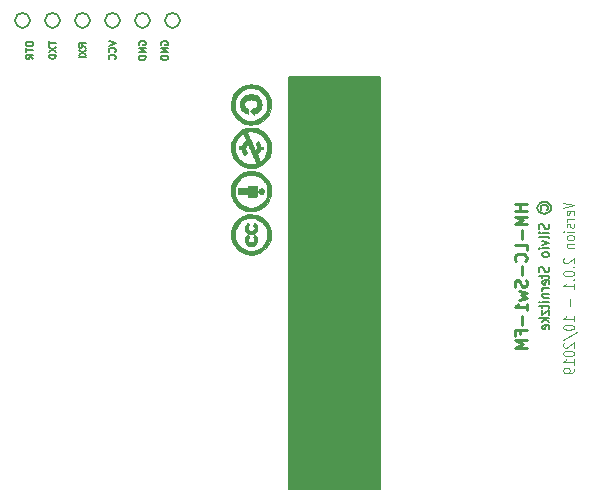
<source format=gbr>
G04 #@! TF.GenerationSoftware,KiCad,Pcbnew,(5.0.2)-1*
G04 #@! TF.CreationDate,2019-10-27T17:27:48+01:00*
G04 #@! TF.ProjectId,HM-LC-Sw1-FM,484d2d4c-432d-4537-9731-2d464d2e6b69,rev?*
G04 #@! TF.SameCoordinates,Original*
G04 #@! TF.FileFunction,Legend,Bot*
G04 #@! TF.FilePolarity,Positive*
%FSLAX46Y46*%
G04 Gerber Fmt 4.6, Leading zero omitted, Abs format (unit mm)*
G04 Created by KiCad (PCBNEW (5.0.2)-1) date 27.10.2019 17:27:48*
%MOMM*%
%LPD*%
G01*
G04 APERTURE LIST*
%ADD10C,0.150000*%
%ADD11C,0.250000*%
%ADD12C,0.010000*%
%ADD13C,0.120000*%
%ADD14C,4.800000*%
%ADD15C,1.100000*%
%ADD16C,2.600000*%
%ADD17R,1.900000X3.400000*%
%ADD18O,1.900000X3.400000*%
%ADD19C,2.000000*%
%ADD20O,2.000000X2.000000*%
%ADD21C,2.400000*%
%ADD22R,2.200000X2.200000*%
%ADD23C,2.200000*%
%ADD24R,1.600000X1.600000*%
%ADD25C,1.600000*%
%ADD26C,1.750000*%
%ADD27C,3.400000*%
%ADD28R,3.400000X3.400000*%
%ADD29R,3.400000X1.900000*%
%ADD30O,3.400000X1.900000*%
%ADD31R,2.000000X2.000000*%
%ADD32C,2.350000*%
%ADD33C,1.900000*%
%ADD34O,1.900000X1.450000*%
%ADD35R,1.900000X1.450000*%
%ADD36R,2.100000X2.100000*%
%ADD37O,2.100000X2.100000*%
G04 APERTURE END LIST*
D10*
G36*
X149542500Y-119697500D02*
X157289500Y-119697500D01*
X157289500Y-84836000D01*
X149542500Y-84836000D01*
X149542500Y-119697500D01*
G37*
X149542500Y-119697500D02*
X157289500Y-119697500D01*
X157289500Y-84836000D01*
X149542500Y-84836000D01*
X149542500Y-119697500D01*
D11*
X169679880Y-95568261D02*
X168679880Y-95568261D01*
X169156071Y-95568261D02*
X169156071Y-96139690D01*
X169679880Y-96139690D02*
X168679880Y-96139690D01*
X169679880Y-96615880D02*
X168679880Y-96615880D01*
X169394166Y-96949214D01*
X168679880Y-97282547D01*
X169679880Y-97282547D01*
X169298928Y-97758738D02*
X169298928Y-98520642D01*
X169679880Y-99473023D02*
X169679880Y-98996833D01*
X168679880Y-98996833D01*
X169584642Y-100377785D02*
X169632261Y-100330166D01*
X169679880Y-100187309D01*
X169679880Y-100092071D01*
X169632261Y-99949214D01*
X169537023Y-99853976D01*
X169441785Y-99806357D01*
X169251309Y-99758738D01*
X169108452Y-99758738D01*
X168917976Y-99806357D01*
X168822738Y-99853976D01*
X168727500Y-99949214D01*
X168679880Y-100092071D01*
X168679880Y-100187309D01*
X168727500Y-100330166D01*
X168775119Y-100377785D01*
X169298928Y-100806357D02*
X169298928Y-101568261D01*
X169632261Y-101996833D02*
X169679880Y-102139690D01*
X169679880Y-102377785D01*
X169632261Y-102473023D01*
X169584642Y-102520642D01*
X169489404Y-102568261D01*
X169394166Y-102568261D01*
X169298928Y-102520642D01*
X169251309Y-102473023D01*
X169203690Y-102377785D01*
X169156071Y-102187309D01*
X169108452Y-102092071D01*
X169060833Y-102044452D01*
X168965595Y-101996833D01*
X168870357Y-101996833D01*
X168775119Y-102044452D01*
X168727500Y-102092071D01*
X168679880Y-102187309D01*
X168679880Y-102425404D01*
X168727500Y-102568261D01*
X169013214Y-102901595D02*
X169679880Y-103092071D01*
X169203690Y-103282547D01*
X169679880Y-103473023D01*
X169013214Y-103663500D01*
X169679880Y-104568261D02*
X169679880Y-103996833D01*
X169679880Y-104282547D02*
X168679880Y-104282547D01*
X168822738Y-104187309D01*
X168917976Y-104092071D01*
X168965595Y-103996833D01*
X169298928Y-104996833D02*
X169298928Y-105758738D01*
X169156071Y-106568261D02*
X169156071Y-106234928D01*
X169679880Y-106234928D02*
X168679880Y-106234928D01*
X168679880Y-106711119D01*
X169679880Y-107092071D02*
X168679880Y-107092071D01*
X169394166Y-107425404D01*
X168679880Y-107758738D01*
X169679880Y-107758738D01*
D10*
G04 #@! TO.C,U1*
X140335000Y-80010000D02*
G75*
G03X140335000Y-80010000I-635000J0D01*
G01*
X137795000Y-80010000D02*
G75*
G03X137795000Y-80010000I-635000J0D01*
G01*
X135255000Y-80010000D02*
G75*
G03X135255000Y-80010000I-635000J0D01*
G01*
X132715000Y-80010000D02*
G75*
G03X132715000Y-80010000I-635000J0D01*
G01*
X130175000Y-80010000D02*
G75*
G03X130175000Y-80010000I-635000J0D01*
G01*
X127635000Y-80010000D02*
G75*
G03X127635000Y-80010000I-635000J0D01*
G01*
D12*
G04 #@! TO.C,G\002A\002A\002A*
G36*
X147236592Y-87014837D02*
X147217157Y-86890464D01*
X147203108Y-86837656D01*
X147137894Y-86688137D01*
X147043337Y-86557043D01*
X146922752Y-86446983D01*
X146779452Y-86360563D01*
X146616751Y-86300391D01*
X146487368Y-86274503D01*
X146292843Y-86263867D01*
X146109944Y-86284829D01*
X145941625Y-86336670D01*
X145790842Y-86418673D01*
X145741076Y-86455718D01*
X145615353Y-86579395D01*
X145519060Y-86722519D01*
X145453539Y-86881560D01*
X145420135Y-87052988D01*
X145420193Y-87233272D01*
X145426088Y-87282785D01*
X145465746Y-87436037D01*
X145536336Y-87574340D01*
X145634206Y-87693739D01*
X145755708Y-87790277D01*
X145897192Y-87859996D01*
X145981964Y-87885420D01*
X146077214Y-87907942D01*
X146077214Y-87480094D01*
X145997690Y-87460069D01*
X145921330Y-87425128D01*
X145852882Y-87366233D01*
X145803950Y-87294527D01*
X145791727Y-87262275D01*
X145784176Y-87216893D01*
X145779268Y-87151899D01*
X145778163Y-87102070D01*
X145792555Y-86993439D01*
X145836515Y-86902844D01*
X145912212Y-86826768D01*
X145971728Y-86787786D01*
X146081621Y-86740257D01*
X146206095Y-86711608D01*
X146337590Y-86701267D01*
X146468548Y-86708663D01*
X146591409Y-86733224D01*
X146698615Y-86774379D01*
X146782605Y-86831554D01*
X146801071Y-86850513D01*
X146856704Y-86940017D01*
X146885649Y-87046175D01*
X146887026Y-87160130D01*
X146859952Y-87273028D01*
X146846306Y-87305038D01*
X146802752Y-87365782D01*
X146739315Y-87418853D01*
X146669871Y-87453774D01*
X146640021Y-87460820D01*
X146605698Y-87458373D01*
X146589225Y-87432404D01*
X146585592Y-87416269D01*
X146580751Y-87396516D01*
X146572484Y-87388082D01*
X146556432Y-87393834D01*
X146528238Y-87416641D01*
X146483541Y-87459369D01*
X146417984Y-87524886D01*
X146413235Y-87529662D01*
X146250328Y-87693500D01*
X146413235Y-87857380D01*
X146576143Y-88021261D01*
X146585214Y-87961702D01*
X146595331Y-87923350D01*
X146617797Y-87900036D01*
X146663233Y-87881978D01*
X146675929Y-87878161D01*
X146842808Y-87814512D01*
X146980370Y-87729887D01*
X147089410Y-87623554D01*
X147170723Y-87494781D01*
X147213945Y-87383186D01*
X147235263Y-87275179D01*
X147242719Y-87147736D01*
X147236592Y-87014837D01*
X147236592Y-87014837D01*
G37*
X147236592Y-87014837D02*
X147217157Y-86890464D01*
X147203108Y-86837656D01*
X147137894Y-86688137D01*
X147043337Y-86557043D01*
X146922752Y-86446983D01*
X146779452Y-86360563D01*
X146616751Y-86300391D01*
X146487368Y-86274503D01*
X146292843Y-86263867D01*
X146109944Y-86284829D01*
X145941625Y-86336670D01*
X145790842Y-86418673D01*
X145741076Y-86455718D01*
X145615353Y-86579395D01*
X145519060Y-86722519D01*
X145453539Y-86881560D01*
X145420135Y-87052988D01*
X145420193Y-87233272D01*
X145426088Y-87282785D01*
X145465746Y-87436037D01*
X145536336Y-87574340D01*
X145634206Y-87693739D01*
X145755708Y-87790277D01*
X145897192Y-87859996D01*
X145981964Y-87885420D01*
X146077214Y-87907942D01*
X146077214Y-87480094D01*
X145997690Y-87460069D01*
X145921330Y-87425128D01*
X145852882Y-87366233D01*
X145803950Y-87294527D01*
X145791727Y-87262275D01*
X145784176Y-87216893D01*
X145779268Y-87151899D01*
X145778163Y-87102070D01*
X145792555Y-86993439D01*
X145836515Y-86902844D01*
X145912212Y-86826768D01*
X145971728Y-86787786D01*
X146081621Y-86740257D01*
X146206095Y-86711608D01*
X146337590Y-86701267D01*
X146468548Y-86708663D01*
X146591409Y-86733224D01*
X146698615Y-86774379D01*
X146782605Y-86831554D01*
X146801071Y-86850513D01*
X146856704Y-86940017D01*
X146885649Y-87046175D01*
X146887026Y-87160130D01*
X146859952Y-87273028D01*
X146846306Y-87305038D01*
X146802752Y-87365782D01*
X146739315Y-87418853D01*
X146669871Y-87453774D01*
X146640021Y-87460820D01*
X146605698Y-87458373D01*
X146589225Y-87432404D01*
X146585592Y-87416269D01*
X146580751Y-87396516D01*
X146572484Y-87388082D01*
X146556432Y-87393834D01*
X146528238Y-87416641D01*
X146483541Y-87459369D01*
X146417984Y-87524886D01*
X146413235Y-87529662D01*
X146250328Y-87693500D01*
X146413235Y-87857380D01*
X146576143Y-88021261D01*
X146585214Y-87961702D01*
X146595331Y-87923350D01*
X146617797Y-87900036D01*
X146663233Y-87881978D01*
X146675929Y-87878161D01*
X146842808Y-87814512D01*
X146980370Y-87729887D01*
X147089410Y-87623554D01*
X147170723Y-87494781D01*
X147213945Y-87383186D01*
X147235263Y-87275179D01*
X147242719Y-87147736D01*
X147236592Y-87014837D01*
G36*
X147448706Y-94405329D02*
X147418901Y-94327566D01*
X147390528Y-94291333D01*
X147324961Y-94248985D01*
X147244487Y-94230420D01*
X147160009Y-94234925D01*
X147082433Y-94261787D01*
X147022664Y-94310294D01*
X147018561Y-94315655D01*
X146988472Y-94380956D01*
X146975023Y-94462763D01*
X146980456Y-94544274D01*
X146985425Y-94563966D01*
X147018278Y-94629836D01*
X147072063Y-94672096D01*
X147150964Y-94693164D01*
X147214985Y-94696643D01*
X147281808Y-94694825D01*
X147325118Y-94686776D01*
X147357611Y-94668601D01*
X147383561Y-94644944D01*
X147430825Y-94574779D01*
X147452610Y-94491321D01*
X147448706Y-94405329D01*
X147448706Y-94405329D01*
G37*
X147448706Y-94405329D02*
X147418901Y-94327566D01*
X147390528Y-94291333D01*
X147324961Y-94248985D01*
X147244487Y-94230420D01*
X147160009Y-94234925D01*
X147082433Y-94261787D01*
X147022664Y-94310294D01*
X147018561Y-94315655D01*
X146988472Y-94380956D01*
X146975023Y-94462763D01*
X146980456Y-94544274D01*
X146985425Y-94563966D01*
X147018278Y-94629836D01*
X147072063Y-94672096D01*
X147150964Y-94693164D01*
X147214985Y-94696643D01*
X147281808Y-94694825D01*
X147325118Y-94686776D01*
X147357611Y-94668601D01*
X147383561Y-94644944D01*
X147430825Y-94574779D01*
X147452610Y-94491321D01*
X147448706Y-94405329D01*
G36*
X146875165Y-94331275D02*
X146873958Y-94229061D01*
X146871575Y-94153967D01*
X146867711Y-94101411D01*
X146862063Y-94066815D01*
X146854326Y-94045596D01*
X146846990Y-94035725D01*
X146832206Y-94025873D01*
X146807100Y-94018520D01*
X146766896Y-94013326D01*
X146706819Y-94009949D01*
X146622093Y-94008047D01*
X146507941Y-94007280D01*
X146447847Y-94007215D01*
X146077214Y-94007215D01*
X146077214Y-94206786D01*
X145242643Y-94206786D01*
X145242643Y-94732929D01*
X146077214Y-94732929D01*
X146077214Y-94932500D01*
X146446331Y-94932500D01*
X146572194Y-94932241D01*
X146666773Y-94931188D01*
X146735066Y-94928923D01*
X146782071Y-94925033D01*
X146812789Y-94919102D01*
X146832217Y-94910713D01*
X146845356Y-94899452D01*
X146845474Y-94899322D01*
X146855429Y-94884259D01*
X146862951Y-94860854D01*
X146868368Y-94824390D01*
X146872005Y-94770152D01*
X146874188Y-94693421D01*
X146875244Y-94589483D01*
X146875500Y-94465189D01*
X146875165Y-94331275D01*
X146875165Y-94331275D01*
G37*
X146875165Y-94331275D02*
X146873958Y-94229061D01*
X146871575Y-94153967D01*
X146867711Y-94101411D01*
X146862063Y-94066815D01*
X146854326Y-94045596D01*
X146846990Y-94035725D01*
X146832206Y-94025873D01*
X146807100Y-94018520D01*
X146766896Y-94013326D01*
X146706819Y-94009949D01*
X146622093Y-94008047D01*
X146507941Y-94007280D01*
X146447847Y-94007215D01*
X146077214Y-94007215D01*
X146077214Y-94206786D01*
X145242643Y-94206786D01*
X145242643Y-94732929D01*
X146077214Y-94732929D01*
X146077214Y-94932500D01*
X146446331Y-94932500D01*
X146572194Y-94932241D01*
X146666773Y-94931188D01*
X146735066Y-94928923D01*
X146782071Y-94925033D01*
X146812789Y-94919102D01*
X146832217Y-94910713D01*
X146845356Y-94899452D01*
X146845474Y-94899322D01*
X146855429Y-94884259D01*
X146862951Y-94860854D01*
X146868368Y-94824390D01*
X146872005Y-94770152D01*
X146874188Y-94693421D01*
X146875244Y-94589483D01*
X146875500Y-94465189D01*
X146875165Y-94331275D01*
G36*
X146873296Y-97571638D02*
X146858746Y-97465050D01*
X146831493Y-97373424D01*
X146815151Y-97340169D01*
X146777323Y-97285615D01*
X146732666Y-97235488D01*
X146688593Y-97196581D01*
X146652519Y-97175684D01*
X146635563Y-97175665D01*
X146620159Y-97195631D01*
X146594830Y-97238501D01*
X146568730Y-97287858D01*
X146516771Y-97390857D01*
X146561153Y-97424276D01*
X146599866Y-97464314D01*
X146633227Y-97515836D01*
X146634721Y-97518897D01*
X146652130Y-97593999D01*
X146638787Y-97669594D01*
X146598032Y-97734366D01*
X146562744Y-97762765D01*
X146474939Y-97798704D01*
X146374948Y-97812091D01*
X146273568Y-97803794D01*
X146181598Y-97774682D01*
X146110633Y-97726425D01*
X146078531Y-97687900D01*
X146063219Y-97646468D01*
X146059087Y-97586233D01*
X146059071Y-97580360D01*
X146061936Y-97520527D01*
X146075252Y-97480013D01*
X146106100Y-97442006D01*
X146125118Y-97423566D01*
X146191165Y-97361276D01*
X146148674Y-97270554D01*
X146122604Y-97218690D01*
X146100735Y-97181768D01*
X146091376Y-97170683D01*
X146065711Y-97174281D01*
X146026245Y-97200932D01*
X145979972Y-97243953D01*
X145933884Y-97296661D01*
X145894976Y-97352372D01*
X145887386Y-97365626D01*
X145847322Y-97470546D01*
X145828262Y-97591288D01*
X145831467Y-97713230D01*
X145850007Y-97799072D01*
X145904216Y-97909040D01*
X145988570Y-98000145D01*
X146090251Y-98064878D01*
X146148583Y-98090770D01*
X146201524Y-98106045D01*
X146262697Y-98113334D01*
X146345724Y-98115272D01*
X146350966Y-98115276D01*
X146433699Y-98113755D01*
X146493679Y-98107352D01*
X146544373Y-98093306D01*
X146599253Y-98068854D01*
X146614199Y-98061307D01*
X146718281Y-97990896D01*
X146799717Y-97900368D01*
X146852424Y-97796823D01*
X146858860Y-97775630D01*
X146873786Y-97679670D01*
X146873296Y-97571638D01*
X146873296Y-97571638D01*
G37*
X146873296Y-97571638D02*
X146858746Y-97465050D01*
X146831493Y-97373424D01*
X146815151Y-97340169D01*
X146777323Y-97285615D01*
X146732666Y-97235488D01*
X146688593Y-97196581D01*
X146652519Y-97175684D01*
X146635563Y-97175665D01*
X146620159Y-97195631D01*
X146594830Y-97238501D01*
X146568730Y-97287858D01*
X146516771Y-97390857D01*
X146561153Y-97424276D01*
X146599866Y-97464314D01*
X146633227Y-97515836D01*
X146634721Y-97518897D01*
X146652130Y-97593999D01*
X146638787Y-97669594D01*
X146598032Y-97734366D01*
X146562744Y-97762765D01*
X146474939Y-97798704D01*
X146374948Y-97812091D01*
X146273568Y-97803794D01*
X146181598Y-97774682D01*
X146110633Y-97726425D01*
X146078531Y-97687900D01*
X146063219Y-97646468D01*
X146059087Y-97586233D01*
X146059071Y-97580360D01*
X146061936Y-97520527D01*
X146075252Y-97480013D01*
X146106100Y-97442006D01*
X146125118Y-97423566D01*
X146191165Y-97361276D01*
X146148674Y-97270554D01*
X146122604Y-97218690D01*
X146100735Y-97181768D01*
X146091376Y-97170683D01*
X146065711Y-97174281D01*
X146026245Y-97200932D01*
X145979972Y-97243953D01*
X145933884Y-97296661D01*
X145894976Y-97352372D01*
X145887386Y-97365626D01*
X145847322Y-97470546D01*
X145828262Y-97591288D01*
X145831467Y-97713230D01*
X145850007Y-97799072D01*
X145904216Y-97909040D01*
X145988570Y-98000145D01*
X146090251Y-98064878D01*
X146148583Y-98090770D01*
X146201524Y-98106045D01*
X146262697Y-98113334D01*
X146345724Y-98115272D01*
X146350966Y-98115276D01*
X146433699Y-98113755D01*
X146493679Y-98107352D01*
X146544373Y-98093306D01*
X146599253Y-98068854D01*
X146614199Y-98061307D01*
X146718281Y-97990896D01*
X146799717Y-97900368D01*
X146852424Y-97796823D01*
X146858860Y-97775630D01*
X146873786Y-97679670D01*
X146873296Y-97571638D01*
G36*
X146867939Y-98490453D02*
X146850339Y-98403946D01*
X146847535Y-98395531D01*
X146823467Y-98347035D01*
X146785703Y-98291331D01*
X146741443Y-98236908D01*
X146697890Y-98192251D01*
X146662246Y-98165848D01*
X146649473Y-98162144D01*
X146631826Y-98177020D01*
X146603776Y-98215801D01*
X146571588Y-98269752D01*
X146512604Y-98377145D01*
X146566597Y-98415591D01*
X146621583Y-98475335D01*
X146647739Y-98550500D01*
X146642320Y-98631281D01*
X146633861Y-98655783D01*
X146595814Y-98718588D01*
X146539777Y-98760301D01*
X146459443Y-98784560D01*
X146397335Y-98792220D01*
X146281333Y-98791608D01*
X146190418Y-98768107D01*
X146120574Y-98720501D01*
X146105022Y-98703611D01*
X146069392Y-98638122D01*
X146058139Y-98563413D01*
X146069962Y-98490084D01*
X146103558Y-98428734D01*
X146142718Y-98396713D01*
X146172828Y-98375224D01*
X146183135Y-98348387D01*
X146173258Y-98308618D01*
X146142814Y-98248333D01*
X146134485Y-98233604D01*
X146082898Y-98143280D01*
X145997655Y-98218314D01*
X145914657Y-98305471D01*
X145862272Y-98397914D01*
X145835543Y-98506062D01*
X145830212Y-98570143D01*
X145829466Y-98643305D01*
X145832835Y-98709544D01*
X145839001Y-98751572D01*
X145886482Y-98864729D01*
X145962814Y-98962683D01*
X146061454Y-99038217D01*
X146127048Y-99069188D01*
X146249574Y-99098880D01*
X146383997Y-99104553D01*
X146515047Y-99086248D01*
X146574695Y-99068055D01*
X146663542Y-99020397D01*
X146746180Y-98950431D01*
X146812862Y-98868105D01*
X146853841Y-98783367D01*
X146853932Y-98783064D01*
X146870006Y-98696351D01*
X146874585Y-98593368D01*
X146867939Y-98490453D01*
X146867939Y-98490453D01*
G37*
X146867939Y-98490453D02*
X146850339Y-98403946D01*
X146847535Y-98395531D01*
X146823467Y-98347035D01*
X146785703Y-98291331D01*
X146741443Y-98236908D01*
X146697890Y-98192251D01*
X146662246Y-98165848D01*
X146649473Y-98162144D01*
X146631826Y-98177020D01*
X146603776Y-98215801D01*
X146571588Y-98269752D01*
X146512604Y-98377145D01*
X146566597Y-98415591D01*
X146621583Y-98475335D01*
X146647739Y-98550500D01*
X146642320Y-98631281D01*
X146633861Y-98655783D01*
X146595814Y-98718588D01*
X146539777Y-98760301D01*
X146459443Y-98784560D01*
X146397335Y-98792220D01*
X146281333Y-98791608D01*
X146190418Y-98768107D01*
X146120574Y-98720501D01*
X146105022Y-98703611D01*
X146069392Y-98638122D01*
X146058139Y-98563413D01*
X146069962Y-98490084D01*
X146103558Y-98428734D01*
X146142718Y-98396713D01*
X146172828Y-98375224D01*
X146183135Y-98348387D01*
X146173258Y-98308618D01*
X146142814Y-98248333D01*
X146134485Y-98233604D01*
X146082898Y-98143280D01*
X145997655Y-98218314D01*
X145914657Y-98305471D01*
X145862272Y-98397914D01*
X145835543Y-98506062D01*
X145830212Y-98570143D01*
X145829466Y-98643305D01*
X145832835Y-98709544D01*
X145839001Y-98751572D01*
X145886482Y-98864729D01*
X145962814Y-98962683D01*
X146061454Y-99038217D01*
X146127048Y-99069188D01*
X146249574Y-99098880D01*
X146383997Y-99104553D01*
X146515047Y-99086248D01*
X146574695Y-99068055D01*
X146663542Y-99020397D01*
X146746180Y-98950431D01*
X146812862Y-98868105D01*
X146853841Y-98783367D01*
X146853932Y-98783064D01*
X146870006Y-98696351D01*
X146874585Y-98593368D01*
X146867939Y-98490453D01*
G36*
X148045435Y-86975658D02*
X148005990Y-86730511D01*
X147969409Y-86595857D01*
X147882438Y-86377238D01*
X147763184Y-86171893D01*
X147614277Y-85983204D01*
X147438344Y-85814555D01*
X147260493Y-85683617D01*
X147059095Y-85574579D01*
X146842374Y-85495731D01*
X146615083Y-85447039D01*
X146381979Y-85428471D01*
X146147818Y-85439992D01*
X145917356Y-85481569D01*
X145695347Y-85553170D01*
X145486549Y-85654760D01*
X145418802Y-85696524D01*
X145237932Y-85835335D01*
X145074191Y-86002114D01*
X144931775Y-86190929D01*
X144814885Y-86395845D01*
X144727718Y-86610927D01*
X144697747Y-86715718D01*
X144666922Y-86883346D01*
X144651776Y-87064723D01*
X144652621Y-87246239D01*
X144669767Y-87414283D01*
X144680488Y-87471160D01*
X144746289Y-87705013D01*
X144838478Y-87917412D01*
X144959856Y-88113319D01*
X145113222Y-88297694D01*
X145191446Y-88376335D01*
X145381822Y-88534765D01*
X145587069Y-88660132D01*
X145806621Y-88752209D01*
X146039911Y-88810770D01*
X146286370Y-88835589D01*
X146345260Y-88836500D01*
X146359547Y-88835665D01*
X146359547Y-88525246D01*
X146220646Y-88521742D01*
X146096829Y-88507780D01*
X146066145Y-88501841D01*
X145862850Y-88439855D01*
X145672145Y-88346587D01*
X145497300Y-88225603D01*
X145341582Y-88080467D01*
X145208259Y-87914745D01*
X145100600Y-87732002D01*
X145021874Y-87535802D01*
X144975347Y-87329711D01*
X144972628Y-87309001D01*
X144963821Y-87151150D01*
X144972281Y-86981722D01*
X144996749Y-86820297D01*
X145006749Y-86777429D01*
X145072101Y-86589622D01*
X145168518Y-86406878D01*
X145290821Y-86236065D01*
X145433835Y-86084051D01*
X145592383Y-85957706D01*
X145653761Y-85918948D01*
X145833841Y-85832938D01*
X146031851Y-85773684D01*
X146240155Y-85742189D01*
X146451119Y-85739457D01*
X146657110Y-85766493D01*
X146713244Y-85779634D01*
X146903077Y-85846607D01*
X147084908Y-85945166D01*
X147253098Y-86070684D01*
X147402007Y-86218540D01*
X147525996Y-86384108D01*
X147590527Y-86498981D01*
X147650256Y-86629215D01*
X147691760Y-86744040D01*
X147717936Y-86856057D01*
X147731683Y-86977868D01*
X147735900Y-87122076D01*
X147735913Y-87131072D01*
X147728692Y-87307705D01*
X147705077Y-87462252D01*
X147662320Y-87606249D01*
X147597673Y-87751231D01*
X147580342Y-87784215D01*
X147463921Y-87963683D01*
X147318794Y-88126451D01*
X147150438Y-88267995D01*
X146964328Y-88383792D01*
X146765941Y-88469320D01*
X146740938Y-88477535D01*
X146632274Y-88502689D01*
X146500949Y-88518744D01*
X146359547Y-88525246D01*
X146359547Y-88835665D01*
X146589932Y-88822198D01*
X146816131Y-88778245D01*
X147028366Y-88703070D01*
X147231145Y-88595104D01*
X147415304Y-88463803D01*
X147596165Y-88296717D01*
X147748234Y-88109442D01*
X147870619Y-87904988D01*
X147962425Y-87686371D01*
X148022759Y-87456601D01*
X148050727Y-87218693D01*
X148045435Y-86975658D01*
X148045435Y-86975658D01*
G37*
X148045435Y-86975658D02*
X148005990Y-86730511D01*
X147969409Y-86595857D01*
X147882438Y-86377238D01*
X147763184Y-86171893D01*
X147614277Y-85983204D01*
X147438344Y-85814555D01*
X147260493Y-85683617D01*
X147059095Y-85574579D01*
X146842374Y-85495731D01*
X146615083Y-85447039D01*
X146381979Y-85428471D01*
X146147818Y-85439992D01*
X145917356Y-85481569D01*
X145695347Y-85553170D01*
X145486549Y-85654760D01*
X145418802Y-85696524D01*
X145237932Y-85835335D01*
X145074191Y-86002114D01*
X144931775Y-86190929D01*
X144814885Y-86395845D01*
X144727718Y-86610927D01*
X144697747Y-86715718D01*
X144666922Y-86883346D01*
X144651776Y-87064723D01*
X144652621Y-87246239D01*
X144669767Y-87414283D01*
X144680488Y-87471160D01*
X144746289Y-87705013D01*
X144838478Y-87917412D01*
X144959856Y-88113319D01*
X145113222Y-88297694D01*
X145191446Y-88376335D01*
X145381822Y-88534765D01*
X145587069Y-88660132D01*
X145806621Y-88752209D01*
X146039911Y-88810770D01*
X146286370Y-88835589D01*
X146345260Y-88836500D01*
X146359547Y-88835665D01*
X146359547Y-88525246D01*
X146220646Y-88521742D01*
X146096829Y-88507780D01*
X146066145Y-88501841D01*
X145862850Y-88439855D01*
X145672145Y-88346587D01*
X145497300Y-88225603D01*
X145341582Y-88080467D01*
X145208259Y-87914745D01*
X145100600Y-87732002D01*
X145021874Y-87535802D01*
X144975347Y-87329711D01*
X144972628Y-87309001D01*
X144963821Y-87151150D01*
X144972281Y-86981722D01*
X144996749Y-86820297D01*
X145006749Y-86777429D01*
X145072101Y-86589622D01*
X145168518Y-86406878D01*
X145290821Y-86236065D01*
X145433835Y-86084051D01*
X145592383Y-85957706D01*
X145653761Y-85918948D01*
X145833841Y-85832938D01*
X146031851Y-85773684D01*
X146240155Y-85742189D01*
X146451119Y-85739457D01*
X146657110Y-85766493D01*
X146713244Y-85779634D01*
X146903077Y-85846607D01*
X147084908Y-85945166D01*
X147253098Y-86070684D01*
X147402007Y-86218540D01*
X147525996Y-86384108D01*
X147590527Y-86498981D01*
X147650256Y-86629215D01*
X147691760Y-86744040D01*
X147717936Y-86856057D01*
X147731683Y-86977868D01*
X147735900Y-87122076D01*
X147735913Y-87131072D01*
X147728692Y-87307705D01*
X147705077Y-87462252D01*
X147662320Y-87606249D01*
X147597673Y-87751231D01*
X147580342Y-87784215D01*
X147463921Y-87963683D01*
X147318794Y-88126451D01*
X147150438Y-88267995D01*
X146964328Y-88383792D01*
X146765941Y-88469320D01*
X146740938Y-88477535D01*
X146632274Y-88502689D01*
X146500949Y-88518744D01*
X146359547Y-88525246D01*
X146359547Y-88835665D01*
X146589932Y-88822198D01*
X146816131Y-88778245D01*
X147028366Y-88703070D01*
X147231145Y-88595104D01*
X147415304Y-88463803D01*
X147596165Y-88296717D01*
X147748234Y-88109442D01*
X147870619Y-87904988D01*
X147962425Y-87686371D01*
X148022759Y-87456601D01*
X148050727Y-87218693D01*
X148045435Y-86975658D01*
G36*
X148045452Y-90642003D02*
X148008343Y-90406536D01*
X147941457Y-90180259D01*
X147845488Y-89968662D01*
X147783745Y-89865374D01*
X147632697Y-89666401D01*
X147458269Y-89494023D01*
X147262826Y-89349935D01*
X147048733Y-89235830D01*
X146818355Y-89153403D01*
X146773483Y-89141598D01*
X146630319Y-89115672D01*
X146465846Y-89101649D01*
X146292858Y-89099534D01*
X146124150Y-89109330D01*
X145972516Y-89131045D01*
X145926604Y-89141272D01*
X145706486Y-89211477D01*
X145506350Y-89308782D01*
X145321198Y-89436116D01*
X145146032Y-89596404D01*
X145141548Y-89601056D01*
X144996351Y-89767322D01*
X144881249Y-89934635D01*
X144790851Y-90111617D01*
X144740624Y-90242224D01*
X144679974Y-90471489D01*
X144650244Y-90708559D01*
X144652121Y-90944762D01*
X144672500Y-91104357D01*
X144731119Y-91329669D01*
X144821950Y-91545693D01*
X144941726Y-91748676D01*
X145087179Y-91934869D01*
X145255042Y-92100520D01*
X145442047Y-92241878D01*
X145644926Y-92355192D01*
X145823214Y-92425317D01*
X145938390Y-92459042D01*
X146044170Y-92481740D01*
X146151695Y-92494727D01*
X146272110Y-92499317D01*
X146354847Y-92497891D01*
X146354847Y-92192614D01*
X146178472Y-92184068D01*
X146022089Y-92157172D01*
X145872857Y-92109022D01*
X145759714Y-92058121D01*
X145561395Y-91940753D01*
X145389755Y-91798869D01*
X145244101Y-91631774D01*
X145123739Y-91438774D01*
X145104846Y-91401515D01*
X145053581Y-91289896D01*
X145017056Y-91189875D01*
X144993310Y-91091407D01*
X144980385Y-90984448D01*
X144976318Y-90858952D01*
X144977799Y-90750572D01*
X144982038Y-90634717D01*
X144988627Y-90546079D01*
X144998706Y-90475611D01*
X145013413Y-90414264D01*
X145024603Y-90379035D01*
X145089457Y-90214048D01*
X145165899Y-90070886D01*
X145261238Y-89937826D01*
X145382783Y-89803148D01*
X145385395Y-89800495D01*
X145466832Y-89722163D01*
X145540832Y-89659039D01*
X145603285Y-89614068D01*
X145650079Y-89590193D01*
X145677104Y-89590358D01*
X145677881Y-89591069D01*
X145689768Y-89611790D01*
X145712956Y-89659043D01*
X145744488Y-89726218D01*
X145781403Y-89806708D01*
X145820742Y-89893905D01*
X145859545Y-89981200D01*
X145894854Y-90061984D01*
X145923708Y-90129651D01*
X145943148Y-90177591D01*
X145950214Y-90199153D01*
X145934969Y-90213037D01*
X145897774Y-90230042D01*
X145892865Y-90231800D01*
X145794262Y-90284631D01*
X145708883Y-90367092D01*
X145641325Y-90473569D01*
X145597725Y-90592292D01*
X145575806Y-90678000D01*
X145450046Y-90680124D01*
X145324286Y-90682247D01*
X145324286Y-90877572D01*
X145582840Y-90888142D01*
X145594911Y-90994834D01*
X145616060Y-91089825D01*
X145655686Y-91194590D01*
X145706817Y-91293039D01*
X145751903Y-91357134D01*
X145789039Y-91401269D01*
X145909659Y-91280649D01*
X146030278Y-91160029D01*
X145991133Y-91118360D01*
X145940680Y-91046656D01*
X145903238Y-90958067D01*
X145880421Y-90862203D01*
X145873843Y-90768674D01*
X145885118Y-90687092D01*
X145909871Y-90634417D01*
X145938439Y-90604728D01*
X145974733Y-90590794D01*
X146032763Y-90587286D01*
X146033780Y-90587286D01*
X146088370Y-90589391D01*
X146119987Y-90600360D01*
X146141895Y-90627177D01*
X146154398Y-90650786D01*
X146178854Y-90701645D01*
X146213595Y-90776955D01*
X146256846Y-90872627D01*
X146306830Y-90984574D01*
X146361772Y-91108707D01*
X146419897Y-91240940D01*
X146479429Y-91377185D01*
X146538593Y-91513355D01*
X146595613Y-91645360D01*
X146648713Y-91769115D01*
X146696118Y-91880531D01*
X146736052Y-91975520D01*
X146766740Y-92049995D01*
X146786406Y-92099869D01*
X146793275Y-92121054D01*
X146793200Y-92121421D01*
X146767171Y-92136906D01*
X146712814Y-92152654D01*
X146638058Y-92167377D01*
X146550825Y-92179788D01*
X146459044Y-92188601D01*
X146370639Y-92192526D01*
X146354847Y-92192614D01*
X146354847Y-92497891D01*
X146416556Y-92496827D01*
X146426132Y-92496484D01*
X146655586Y-92476455D01*
X146862486Y-92432513D01*
X147053521Y-92362231D01*
X147122298Y-92324771D01*
X147122298Y-91956870D01*
X147105569Y-91941334D01*
X147080885Y-91900778D01*
X147053568Y-91843956D01*
X147053361Y-91843478D01*
X147025702Y-91780009D01*
X146988509Y-91695371D01*
X146947048Y-91601524D01*
X146913580Y-91526126D01*
X146822724Y-91321966D01*
X146894713Y-91285240D01*
X146982762Y-91220021D01*
X147052516Y-91123712D01*
X147103722Y-90996704D01*
X147119145Y-90936536D01*
X147126745Y-90910421D01*
X147140800Y-90895503D01*
X147169953Y-90888650D01*
X147222843Y-90886731D01*
X147256846Y-90886643D01*
X147383500Y-90886643D01*
X147383500Y-90687072D01*
X147131144Y-90687072D01*
X147119992Y-90619036D01*
X147100838Y-90536386D01*
X147071476Y-90448056D01*
X147036966Y-90367186D01*
X147002367Y-90306916D01*
X146997203Y-90300115D01*
X146957143Y-90250117D01*
X146741037Y-90468879D01*
X146782783Y-90554804D01*
X146817318Y-90647487D01*
X146833489Y-90740025D01*
X146832012Y-90825578D01*
X146813604Y-90897305D01*
X146778981Y-90948366D01*
X146739296Y-90969940D01*
X146698436Y-90973580D01*
X146675527Y-90966050D01*
X146664721Y-90946280D01*
X146641233Y-90897425D01*
X146606890Y-90823597D01*
X146563524Y-90728904D01*
X146512962Y-90617454D01*
X146457036Y-90493358D01*
X146397573Y-90360725D01*
X146336404Y-90223663D01*
X146275358Y-90086282D01*
X146216264Y-89952691D01*
X146160953Y-89826999D01*
X146111252Y-89713316D01*
X146068992Y-89615750D01*
X146036002Y-89538411D01*
X146014112Y-89485409D01*
X146005151Y-89460851D01*
X146005031Y-89460008D01*
X146020317Y-89441758D01*
X146054536Y-89428671D01*
X146216765Y-89406489D01*
X146395407Y-89403973D01*
X146576912Y-89420326D01*
X146747730Y-89454747D01*
X146809431Y-89473197D01*
X146982298Y-89548159D01*
X147149710Y-89653928D01*
X147305872Y-89785027D01*
X147444988Y-89935978D01*
X147561262Y-90101305D01*
X147642807Y-90260752D01*
X147708528Y-90462708D01*
X147741600Y-90673957D01*
X147742478Y-90888937D01*
X147711619Y-91102085D01*
X147649478Y-91307839D01*
X147556511Y-91500634D01*
X147538812Y-91529899D01*
X147499524Y-91585543D01*
X147445880Y-91651506D01*
X147383230Y-91722306D01*
X147316924Y-91792456D01*
X147252313Y-91856472D01*
X147194746Y-91908869D01*
X147149575Y-91944162D01*
X147122298Y-91956870D01*
X147122298Y-92324771D01*
X147235377Y-92263181D01*
X147404198Y-92141457D01*
X147564908Y-91994761D01*
X147709116Y-91828217D01*
X147831561Y-91649182D01*
X147926983Y-91465011D01*
X147971181Y-91348654D01*
X148027564Y-91118551D01*
X148052090Y-90881171D01*
X148045452Y-90642003D01*
X148045452Y-90642003D01*
G37*
X148045452Y-90642003D02*
X148008343Y-90406536D01*
X147941457Y-90180259D01*
X147845488Y-89968662D01*
X147783745Y-89865374D01*
X147632697Y-89666401D01*
X147458269Y-89494023D01*
X147262826Y-89349935D01*
X147048733Y-89235830D01*
X146818355Y-89153403D01*
X146773483Y-89141598D01*
X146630319Y-89115672D01*
X146465846Y-89101649D01*
X146292858Y-89099534D01*
X146124150Y-89109330D01*
X145972516Y-89131045D01*
X145926604Y-89141272D01*
X145706486Y-89211477D01*
X145506350Y-89308782D01*
X145321198Y-89436116D01*
X145146032Y-89596404D01*
X145141548Y-89601056D01*
X144996351Y-89767322D01*
X144881249Y-89934635D01*
X144790851Y-90111617D01*
X144740624Y-90242224D01*
X144679974Y-90471489D01*
X144650244Y-90708559D01*
X144652121Y-90944762D01*
X144672500Y-91104357D01*
X144731119Y-91329669D01*
X144821950Y-91545693D01*
X144941726Y-91748676D01*
X145087179Y-91934869D01*
X145255042Y-92100520D01*
X145442047Y-92241878D01*
X145644926Y-92355192D01*
X145823214Y-92425317D01*
X145938390Y-92459042D01*
X146044170Y-92481740D01*
X146151695Y-92494727D01*
X146272110Y-92499317D01*
X146354847Y-92497891D01*
X146354847Y-92192614D01*
X146178472Y-92184068D01*
X146022089Y-92157172D01*
X145872857Y-92109022D01*
X145759714Y-92058121D01*
X145561395Y-91940753D01*
X145389755Y-91798869D01*
X145244101Y-91631774D01*
X145123739Y-91438774D01*
X145104846Y-91401515D01*
X145053581Y-91289896D01*
X145017056Y-91189875D01*
X144993310Y-91091407D01*
X144980385Y-90984448D01*
X144976318Y-90858952D01*
X144977799Y-90750572D01*
X144982038Y-90634717D01*
X144988627Y-90546079D01*
X144998706Y-90475611D01*
X145013413Y-90414264D01*
X145024603Y-90379035D01*
X145089457Y-90214048D01*
X145165899Y-90070886D01*
X145261238Y-89937826D01*
X145382783Y-89803148D01*
X145385395Y-89800495D01*
X145466832Y-89722163D01*
X145540832Y-89659039D01*
X145603285Y-89614068D01*
X145650079Y-89590193D01*
X145677104Y-89590358D01*
X145677881Y-89591069D01*
X145689768Y-89611790D01*
X145712956Y-89659043D01*
X145744488Y-89726218D01*
X145781403Y-89806708D01*
X145820742Y-89893905D01*
X145859545Y-89981200D01*
X145894854Y-90061984D01*
X145923708Y-90129651D01*
X145943148Y-90177591D01*
X145950214Y-90199153D01*
X145934969Y-90213037D01*
X145897774Y-90230042D01*
X145892865Y-90231800D01*
X145794262Y-90284631D01*
X145708883Y-90367092D01*
X145641325Y-90473569D01*
X145597725Y-90592292D01*
X145575806Y-90678000D01*
X145450046Y-90680124D01*
X145324286Y-90682247D01*
X145324286Y-90877572D01*
X145582840Y-90888142D01*
X145594911Y-90994834D01*
X145616060Y-91089825D01*
X145655686Y-91194590D01*
X145706817Y-91293039D01*
X145751903Y-91357134D01*
X145789039Y-91401269D01*
X145909659Y-91280649D01*
X146030278Y-91160029D01*
X145991133Y-91118360D01*
X145940680Y-91046656D01*
X145903238Y-90958067D01*
X145880421Y-90862203D01*
X145873843Y-90768674D01*
X145885118Y-90687092D01*
X145909871Y-90634417D01*
X145938439Y-90604728D01*
X145974733Y-90590794D01*
X146032763Y-90587286D01*
X146033780Y-90587286D01*
X146088370Y-90589391D01*
X146119987Y-90600360D01*
X146141895Y-90627177D01*
X146154398Y-90650786D01*
X146178854Y-90701645D01*
X146213595Y-90776955D01*
X146256846Y-90872627D01*
X146306830Y-90984574D01*
X146361772Y-91108707D01*
X146419897Y-91240940D01*
X146479429Y-91377185D01*
X146538593Y-91513355D01*
X146595613Y-91645360D01*
X146648713Y-91769115D01*
X146696118Y-91880531D01*
X146736052Y-91975520D01*
X146766740Y-92049995D01*
X146786406Y-92099869D01*
X146793275Y-92121054D01*
X146793200Y-92121421D01*
X146767171Y-92136906D01*
X146712814Y-92152654D01*
X146638058Y-92167377D01*
X146550825Y-92179788D01*
X146459044Y-92188601D01*
X146370639Y-92192526D01*
X146354847Y-92192614D01*
X146354847Y-92497891D01*
X146416556Y-92496827D01*
X146426132Y-92496484D01*
X146655586Y-92476455D01*
X146862486Y-92432513D01*
X147053521Y-92362231D01*
X147122298Y-92324771D01*
X147122298Y-91956870D01*
X147105569Y-91941334D01*
X147080885Y-91900778D01*
X147053568Y-91843956D01*
X147053361Y-91843478D01*
X147025702Y-91780009D01*
X146988509Y-91695371D01*
X146947048Y-91601524D01*
X146913580Y-91526126D01*
X146822724Y-91321966D01*
X146894713Y-91285240D01*
X146982762Y-91220021D01*
X147052516Y-91123712D01*
X147103722Y-90996704D01*
X147119145Y-90936536D01*
X147126745Y-90910421D01*
X147140800Y-90895503D01*
X147169953Y-90888650D01*
X147222843Y-90886731D01*
X147256846Y-90886643D01*
X147383500Y-90886643D01*
X147383500Y-90687072D01*
X147131144Y-90687072D01*
X147119992Y-90619036D01*
X147100838Y-90536386D01*
X147071476Y-90448056D01*
X147036966Y-90367186D01*
X147002367Y-90306916D01*
X146997203Y-90300115D01*
X146957143Y-90250117D01*
X146741037Y-90468879D01*
X146782783Y-90554804D01*
X146817318Y-90647487D01*
X146833489Y-90740025D01*
X146832012Y-90825578D01*
X146813604Y-90897305D01*
X146778981Y-90948366D01*
X146739296Y-90969940D01*
X146698436Y-90973580D01*
X146675527Y-90966050D01*
X146664721Y-90946280D01*
X146641233Y-90897425D01*
X146606890Y-90823597D01*
X146563524Y-90728904D01*
X146512962Y-90617454D01*
X146457036Y-90493358D01*
X146397573Y-90360725D01*
X146336404Y-90223663D01*
X146275358Y-90086282D01*
X146216264Y-89952691D01*
X146160953Y-89826999D01*
X146111252Y-89713316D01*
X146068992Y-89615750D01*
X146036002Y-89538411D01*
X146014112Y-89485409D01*
X146005151Y-89460851D01*
X146005031Y-89460008D01*
X146020317Y-89441758D01*
X146054536Y-89428671D01*
X146216765Y-89406489D01*
X146395407Y-89403973D01*
X146576912Y-89420326D01*
X146747730Y-89454747D01*
X146809431Y-89473197D01*
X146982298Y-89548159D01*
X147149710Y-89653928D01*
X147305872Y-89785027D01*
X147444988Y-89935978D01*
X147561262Y-90101305D01*
X147642807Y-90260752D01*
X147708528Y-90462708D01*
X147741600Y-90673957D01*
X147742478Y-90888937D01*
X147711619Y-91102085D01*
X147649478Y-91307839D01*
X147556511Y-91500634D01*
X147538812Y-91529899D01*
X147499524Y-91585543D01*
X147445880Y-91651506D01*
X147383230Y-91722306D01*
X147316924Y-91792456D01*
X147252313Y-91856472D01*
X147194746Y-91908869D01*
X147149575Y-91944162D01*
X147122298Y-91956870D01*
X147122298Y-92324771D01*
X147235377Y-92263181D01*
X147404198Y-92141457D01*
X147564908Y-91994761D01*
X147709116Y-91828217D01*
X147831561Y-91649182D01*
X147926983Y-91465011D01*
X147971181Y-91348654D01*
X148027564Y-91118551D01*
X148052090Y-90881171D01*
X148045452Y-90642003D01*
G36*
X148043760Y-94282643D02*
X148005246Y-94049579D01*
X147936314Y-93826269D01*
X147845724Y-93633333D01*
X147709941Y-93426238D01*
X147548593Y-93242870D01*
X147364587Y-93085470D01*
X147160829Y-92956274D01*
X146940227Y-92857524D01*
X146772110Y-92806412D01*
X146631819Y-92781181D01*
X146469980Y-92767353D01*
X146299290Y-92764935D01*
X146132443Y-92773932D01*
X145982138Y-92794349D01*
X145928275Y-92806015D01*
X145704980Y-92877371D01*
X145501200Y-92977240D01*
X145312795Y-93108023D01*
X145149900Y-93257280D01*
X144983194Y-93452704D01*
X144849574Y-93662284D01*
X144747958Y-93887957D01*
X144688283Y-94084222D01*
X144670298Y-94185077D01*
X144658265Y-94309280D01*
X144652503Y-94444334D01*
X144653330Y-94577741D01*
X144661064Y-94697005D01*
X144670912Y-94766185D01*
X144730172Y-94997631D01*
X144816434Y-95209254D01*
X144932251Y-95405709D01*
X145080179Y-95591647D01*
X145181736Y-95696544D01*
X145365994Y-95854786D01*
X145558578Y-95979370D01*
X145763759Y-96072697D01*
X145951211Y-96129231D01*
X146060773Y-96148417D01*
X146193619Y-96160817D01*
X146337825Y-96166254D01*
X146344893Y-96166171D01*
X146344893Y-95857667D01*
X146188845Y-95850715D01*
X146048071Y-95829628D01*
X146023087Y-95823741D01*
X145818607Y-95753704D01*
X145625770Y-95651323D01*
X145449733Y-95519954D01*
X145295654Y-95362956D01*
X145273434Y-95335746D01*
X145189702Y-95224206D01*
X145126336Y-95123087D01*
X145076058Y-95019313D01*
X145032801Y-94903432D01*
X144982527Y-94699490D01*
X144963380Y-94485185D01*
X144975645Y-94269269D01*
X145006749Y-94107143D01*
X145072704Y-93917961D01*
X145169844Y-93735539D01*
X145293329Y-93565759D01*
X145438316Y-93414503D01*
X145599964Y-93287653D01*
X145753097Y-93200437D01*
X145877546Y-93146862D01*
X145992941Y-93110082D01*
X146111430Y-93087535D01*
X146245158Y-93076659D01*
X146349357Y-93074625D01*
X146494399Y-93077993D01*
X146616406Y-93090746D01*
X146728047Y-93115801D01*
X146841991Y-93156072D01*
X146970908Y-93214475D01*
X146983147Y-93220460D01*
X147061333Y-93260833D01*
X147125567Y-93299941D01*
X147185393Y-93344948D01*
X147250357Y-93403017D01*
X147327861Y-93479154D01*
X147417532Y-93573142D01*
X147485549Y-93654190D01*
X147539051Y-93731443D01*
X147577294Y-93798750D01*
X147666360Y-94006718D01*
X147721514Y-94223131D01*
X147742456Y-94443934D01*
X147728889Y-94665077D01*
X147680513Y-94882507D01*
X147661518Y-94939845D01*
X147578050Y-95123059D01*
X147463550Y-95296253D01*
X147322886Y-95454683D01*
X147160926Y-95593602D01*
X146982539Y-95708264D01*
X146792593Y-95793924D01*
X146781289Y-95797915D01*
X146653453Y-95830847D01*
X146503875Y-95850904D01*
X146344893Y-95857667D01*
X146344893Y-96166171D01*
X146481467Y-96164552D01*
X146612620Y-96155536D01*
X146712658Y-96140489D01*
X146938779Y-96074376D01*
X147154111Y-95975681D01*
X147354854Y-95847428D01*
X147537205Y-95692642D01*
X147697363Y-95514347D01*
X147831524Y-95315569D01*
X147890535Y-95203478D01*
X147975245Y-94985879D01*
X148028915Y-94756242D01*
X148051702Y-94520014D01*
X148043760Y-94282643D01*
X148043760Y-94282643D01*
G37*
X148043760Y-94282643D02*
X148005246Y-94049579D01*
X147936314Y-93826269D01*
X147845724Y-93633333D01*
X147709941Y-93426238D01*
X147548593Y-93242870D01*
X147364587Y-93085470D01*
X147160829Y-92956274D01*
X146940227Y-92857524D01*
X146772110Y-92806412D01*
X146631819Y-92781181D01*
X146469980Y-92767353D01*
X146299290Y-92764935D01*
X146132443Y-92773932D01*
X145982138Y-92794349D01*
X145928275Y-92806015D01*
X145704980Y-92877371D01*
X145501200Y-92977240D01*
X145312795Y-93108023D01*
X145149900Y-93257280D01*
X144983194Y-93452704D01*
X144849574Y-93662284D01*
X144747958Y-93887957D01*
X144688283Y-94084222D01*
X144670298Y-94185077D01*
X144658265Y-94309280D01*
X144652503Y-94444334D01*
X144653330Y-94577741D01*
X144661064Y-94697005D01*
X144670912Y-94766185D01*
X144730172Y-94997631D01*
X144816434Y-95209254D01*
X144932251Y-95405709D01*
X145080179Y-95591647D01*
X145181736Y-95696544D01*
X145365994Y-95854786D01*
X145558578Y-95979370D01*
X145763759Y-96072697D01*
X145951211Y-96129231D01*
X146060773Y-96148417D01*
X146193619Y-96160817D01*
X146337825Y-96166254D01*
X146344893Y-96166171D01*
X146344893Y-95857667D01*
X146188845Y-95850715D01*
X146048071Y-95829628D01*
X146023087Y-95823741D01*
X145818607Y-95753704D01*
X145625770Y-95651323D01*
X145449733Y-95519954D01*
X145295654Y-95362956D01*
X145273434Y-95335746D01*
X145189702Y-95224206D01*
X145126336Y-95123087D01*
X145076058Y-95019313D01*
X145032801Y-94903432D01*
X144982527Y-94699490D01*
X144963380Y-94485185D01*
X144975645Y-94269269D01*
X145006749Y-94107143D01*
X145072704Y-93917961D01*
X145169844Y-93735539D01*
X145293329Y-93565759D01*
X145438316Y-93414503D01*
X145599964Y-93287653D01*
X145753097Y-93200437D01*
X145877546Y-93146862D01*
X145992941Y-93110082D01*
X146111430Y-93087535D01*
X146245158Y-93076659D01*
X146349357Y-93074625D01*
X146494399Y-93077993D01*
X146616406Y-93090746D01*
X146728047Y-93115801D01*
X146841991Y-93156072D01*
X146970908Y-93214475D01*
X146983147Y-93220460D01*
X147061333Y-93260833D01*
X147125567Y-93299941D01*
X147185393Y-93344948D01*
X147250357Y-93403017D01*
X147327861Y-93479154D01*
X147417532Y-93573142D01*
X147485549Y-93654190D01*
X147539051Y-93731443D01*
X147577294Y-93798750D01*
X147666360Y-94006718D01*
X147721514Y-94223131D01*
X147742456Y-94443934D01*
X147728889Y-94665077D01*
X147680513Y-94882507D01*
X147661518Y-94939845D01*
X147578050Y-95123059D01*
X147463550Y-95296253D01*
X147322886Y-95454683D01*
X147160926Y-95593602D01*
X146982539Y-95708264D01*
X146792593Y-95793924D01*
X146781289Y-95797915D01*
X146653453Y-95830847D01*
X146503875Y-95850904D01*
X146344893Y-95857667D01*
X146344893Y-96166171D01*
X146481467Y-96164552D01*
X146612620Y-96155536D01*
X146712658Y-96140489D01*
X146938779Y-96074376D01*
X147154111Y-95975681D01*
X147354854Y-95847428D01*
X147537205Y-95692642D01*
X147697363Y-95514347D01*
X147831524Y-95315569D01*
X147890535Y-95203478D01*
X147975245Y-94985879D01*
X148028915Y-94756242D01*
X148051702Y-94520014D01*
X148043760Y-94282643D01*
G36*
X148033188Y-97856048D02*
X147992038Y-97657775D01*
X147980277Y-97618553D01*
X147891012Y-97394900D01*
X147771756Y-97186151D01*
X147625824Y-96996034D01*
X147456531Y-96828276D01*
X147267192Y-96686604D01*
X147061124Y-96574745D01*
X147045706Y-96567931D01*
X146825742Y-96490610D01*
X146595825Y-96444039D01*
X146361144Y-96427801D01*
X146126889Y-96441482D01*
X145898249Y-96484668D01*
X145680414Y-96556942D01*
X145478573Y-96657890D01*
X145415000Y-96698342D01*
X145227001Y-96846018D01*
X145062452Y-97017538D01*
X144922984Y-97208985D01*
X144810227Y-97416441D01*
X144725813Y-97635992D01*
X144671372Y-97863719D01*
X144648537Y-98095707D01*
X144658937Y-98328039D01*
X144680816Y-98461286D01*
X144750186Y-98707683D01*
X144850529Y-98935250D01*
X144981429Y-99143353D01*
X145142470Y-99331353D01*
X145333236Y-99498613D01*
X145381553Y-99534283D01*
X145582993Y-99656438D01*
X145800052Y-99747944D01*
X146028117Y-99808276D01*
X146262577Y-99836909D01*
X146378907Y-99835141D01*
X146378907Y-99529072D01*
X146170962Y-99517238D01*
X145965701Y-99472592D01*
X145766371Y-99394916D01*
X145576220Y-99283996D01*
X145498590Y-99226425D01*
X145341891Y-99079803D01*
X145207058Y-98908135D01*
X145098472Y-98718170D01*
X145020519Y-98516660D01*
X145007633Y-98470357D01*
X144981528Y-98325730D01*
X144970799Y-98163496D01*
X144975436Y-97998447D01*
X144995427Y-97845376D01*
X145008171Y-97789081D01*
X145060042Y-97635949D01*
X145134664Y-97476559D01*
X145224735Y-97324985D01*
X145305903Y-97215307D01*
X145456236Y-97061684D01*
X145626802Y-96936324D01*
X145813889Y-96840225D01*
X146013784Y-96774390D01*
X146222774Y-96739817D01*
X146437147Y-96737508D01*
X146653189Y-96768461D01*
X146805752Y-96811246D01*
X146979676Y-96884473D01*
X147140071Y-96982739D01*
X147294213Y-97110767D01*
X147347214Y-97162651D01*
X147490503Y-97330896D01*
X147600695Y-97511855D01*
X147678904Y-97708037D01*
X147726243Y-97921949D01*
X147739446Y-98046947D01*
X147737382Y-98270440D01*
X147700556Y-98485653D01*
X147629950Y-98689954D01*
X147526549Y-98880708D01*
X147391334Y-99055282D01*
X147345212Y-99103606D01*
X147172566Y-99252597D01*
X146986365Y-99369855D01*
X146789856Y-99455164D01*
X146586288Y-99508309D01*
X146378907Y-99529072D01*
X146378907Y-99835141D01*
X146498823Y-99833317D01*
X146732241Y-99796976D01*
X146958221Y-99727359D01*
X146984357Y-99716852D01*
X147204912Y-99607216D01*
X147406541Y-99469352D01*
X147586227Y-99306413D01*
X147740951Y-99121554D01*
X147867696Y-98917927D01*
X147963445Y-98698687D01*
X147966186Y-98690805D01*
X148017398Y-98497116D01*
X148045729Y-98286343D01*
X148051039Y-98069113D01*
X148033188Y-97856048D01*
X148033188Y-97856048D01*
G37*
X148033188Y-97856048D02*
X147992038Y-97657775D01*
X147980277Y-97618553D01*
X147891012Y-97394900D01*
X147771756Y-97186151D01*
X147625824Y-96996034D01*
X147456531Y-96828276D01*
X147267192Y-96686604D01*
X147061124Y-96574745D01*
X147045706Y-96567931D01*
X146825742Y-96490610D01*
X146595825Y-96444039D01*
X146361144Y-96427801D01*
X146126889Y-96441482D01*
X145898249Y-96484668D01*
X145680414Y-96556942D01*
X145478573Y-96657890D01*
X145415000Y-96698342D01*
X145227001Y-96846018D01*
X145062452Y-97017538D01*
X144922984Y-97208985D01*
X144810227Y-97416441D01*
X144725813Y-97635992D01*
X144671372Y-97863719D01*
X144648537Y-98095707D01*
X144658937Y-98328039D01*
X144680816Y-98461286D01*
X144750186Y-98707683D01*
X144850529Y-98935250D01*
X144981429Y-99143353D01*
X145142470Y-99331353D01*
X145333236Y-99498613D01*
X145381553Y-99534283D01*
X145582993Y-99656438D01*
X145800052Y-99747944D01*
X146028117Y-99808276D01*
X146262577Y-99836909D01*
X146378907Y-99835141D01*
X146378907Y-99529072D01*
X146170962Y-99517238D01*
X145965701Y-99472592D01*
X145766371Y-99394916D01*
X145576220Y-99283996D01*
X145498590Y-99226425D01*
X145341891Y-99079803D01*
X145207058Y-98908135D01*
X145098472Y-98718170D01*
X145020519Y-98516660D01*
X145007633Y-98470357D01*
X144981528Y-98325730D01*
X144970799Y-98163496D01*
X144975436Y-97998447D01*
X144995427Y-97845376D01*
X145008171Y-97789081D01*
X145060042Y-97635949D01*
X145134664Y-97476559D01*
X145224735Y-97324985D01*
X145305903Y-97215307D01*
X145456236Y-97061684D01*
X145626802Y-96936324D01*
X145813889Y-96840225D01*
X146013784Y-96774390D01*
X146222774Y-96739817D01*
X146437147Y-96737508D01*
X146653189Y-96768461D01*
X146805752Y-96811246D01*
X146979676Y-96884473D01*
X147140071Y-96982739D01*
X147294213Y-97110767D01*
X147347214Y-97162651D01*
X147490503Y-97330896D01*
X147600695Y-97511855D01*
X147678904Y-97708037D01*
X147726243Y-97921949D01*
X147739446Y-98046947D01*
X147737382Y-98270440D01*
X147700556Y-98485653D01*
X147629950Y-98689954D01*
X147526549Y-98880708D01*
X147391334Y-99055282D01*
X147345212Y-99103606D01*
X147172566Y-99252597D01*
X146986365Y-99369855D01*
X146789856Y-99455164D01*
X146586288Y-99508309D01*
X146378907Y-99529072D01*
X146378907Y-99835141D01*
X146498823Y-99833317D01*
X146732241Y-99796976D01*
X146958221Y-99727359D01*
X146984357Y-99716852D01*
X147204912Y-99607216D01*
X147406541Y-99469352D01*
X147586227Y-99306413D01*
X147740951Y-99121554D01*
X147867696Y-98917927D01*
X147963445Y-98698687D01*
X147966186Y-98690805D01*
X148017398Y-98497116D01*
X148045729Y-98286343D01*
X148051039Y-98069113D01*
X148033188Y-97856048D01*
G04 #@! TO.C,U1*
D10*
X138765000Y-82092857D02*
X138736428Y-82035714D01*
X138736428Y-81950000D01*
X138765000Y-81864285D01*
X138822142Y-81807142D01*
X138879285Y-81778571D01*
X138993571Y-81750000D01*
X139079285Y-81750000D01*
X139193571Y-81778571D01*
X139250714Y-81807142D01*
X139307857Y-81864285D01*
X139336428Y-81950000D01*
X139336428Y-82007142D01*
X139307857Y-82092857D01*
X139279285Y-82121428D01*
X139079285Y-82121428D01*
X139079285Y-82007142D01*
X139336428Y-82378571D02*
X138736428Y-82378571D01*
X139336428Y-82721428D01*
X138736428Y-82721428D01*
X139336428Y-83007142D02*
X138736428Y-83007142D01*
X138736428Y-83150000D01*
X138765000Y-83235714D01*
X138822142Y-83292857D01*
X138879285Y-83321428D01*
X138993571Y-83350000D01*
X139079285Y-83350000D01*
X139193571Y-83321428D01*
X139250714Y-83292857D01*
X139307857Y-83235714D01*
X139336428Y-83150000D01*
X139336428Y-83007142D01*
X136860000Y-82092857D02*
X136831428Y-82035714D01*
X136831428Y-81950000D01*
X136860000Y-81864285D01*
X136917142Y-81807142D01*
X136974285Y-81778571D01*
X137088571Y-81750000D01*
X137174285Y-81750000D01*
X137288571Y-81778571D01*
X137345714Y-81807142D01*
X137402857Y-81864285D01*
X137431428Y-81950000D01*
X137431428Y-82007142D01*
X137402857Y-82092857D01*
X137374285Y-82121428D01*
X137174285Y-82121428D01*
X137174285Y-82007142D01*
X137431428Y-82378571D02*
X136831428Y-82378571D01*
X137431428Y-82721428D01*
X136831428Y-82721428D01*
X137431428Y-83007142D02*
X136831428Y-83007142D01*
X136831428Y-83150000D01*
X136860000Y-83235714D01*
X136917142Y-83292857D01*
X136974285Y-83321428D01*
X137088571Y-83350000D01*
X137174285Y-83350000D01*
X137288571Y-83321428D01*
X137345714Y-83292857D01*
X137402857Y-83235714D01*
X137431428Y-83150000D01*
X137431428Y-83007142D01*
X134291428Y-81750000D02*
X134891428Y-81950000D01*
X134291428Y-82150000D01*
X134834285Y-82692857D02*
X134862857Y-82664285D01*
X134891428Y-82578571D01*
X134891428Y-82521428D01*
X134862857Y-82435714D01*
X134805714Y-82378571D01*
X134748571Y-82350000D01*
X134634285Y-82321428D01*
X134548571Y-82321428D01*
X134434285Y-82350000D01*
X134377142Y-82378571D01*
X134320000Y-82435714D01*
X134291428Y-82521428D01*
X134291428Y-82578571D01*
X134320000Y-82664285D01*
X134348571Y-82692857D01*
X134834285Y-83292857D02*
X134862857Y-83264285D01*
X134891428Y-83178571D01*
X134891428Y-83121428D01*
X134862857Y-83035714D01*
X134805714Y-82978571D01*
X134748571Y-82950000D01*
X134634285Y-82921428D01*
X134548571Y-82921428D01*
X134434285Y-82950000D01*
X134377142Y-82978571D01*
X134320000Y-83035714D01*
X134291428Y-83121428D01*
X134291428Y-83178571D01*
X134320000Y-83264285D01*
X134348571Y-83292857D01*
X132351428Y-82307142D02*
X132065714Y-82107142D01*
X132351428Y-81964285D02*
X131751428Y-81964285D01*
X131751428Y-82192857D01*
X131780000Y-82250000D01*
X131808571Y-82278571D01*
X131865714Y-82307142D01*
X131951428Y-82307142D01*
X132008571Y-82278571D01*
X132037142Y-82250000D01*
X132065714Y-82192857D01*
X132065714Y-81964285D01*
X131751428Y-82507142D02*
X132351428Y-82907142D01*
X131751428Y-82907142D02*
X132351428Y-82507142D01*
X132351428Y-83135714D02*
X131751428Y-83135714D01*
X129211428Y-81792857D02*
X129211428Y-82135714D01*
X129811428Y-81964285D02*
X129211428Y-81964285D01*
X129211428Y-82278571D02*
X129811428Y-82678571D01*
X129211428Y-82678571D02*
X129811428Y-82278571D01*
X129811428Y-82907142D02*
X129211428Y-82907142D01*
X129211428Y-83050000D01*
X129240000Y-83135714D01*
X129297142Y-83192857D01*
X129354285Y-83221428D01*
X129468571Y-83250000D01*
X129554285Y-83250000D01*
X129668571Y-83221428D01*
X129725714Y-83192857D01*
X129782857Y-83135714D01*
X129811428Y-83050000D01*
X129811428Y-82907142D01*
X127906428Y-81864285D02*
X127306428Y-81864285D01*
X127306428Y-82007142D01*
X127335000Y-82092857D01*
X127392142Y-82150000D01*
X127449285Y-82178571D01*
X127563571Y-82207142D01*
X127649285Y-82207142D01*
X127763571Y-82178571D01*
X127820714Y-82150000D01*
X127877857Y-82092857D01*
X127906428Y-82007142D01*
X127906428Y-81864285D01*
X127306428Y-82378571D02*
X127306428Y-82721428D01*
X127906428Y-82550000D02*
X127306428Y-82550000D01*
X127906428Y-83264285D02*
X127620714Y-83064285D01*
X127906428Y-82921428D02*
X127306428Y-82921428D01*
X127306428Y-83150000D01*
X127335000Y-83207142D01*
X127363571Y-83235714D01*
X127420714Y-83264285D01*
X127506428Y-83264285D01*
X127563571Y-83235714D01*
X127592142Y-83207142D01*
X127620714Y-83150000D01*
X127620714Y-82921428D01*
G04 #@! TO.C,Cp1*
D13*
X172798642Y-95429500D02*
X173698642Y-95679500D01*
X172798642Y-95929500D01*
X173655785Y-96465214D02*
X173698642Y-96393785D01*
X173698642Y-96250928D01*
X173655785Y-96179500D01*
X173570071Y-96143785D01*
X173227214Y-96143785D01*
X173141500Y-96179500D01*
X173098642Y-96250928D01*
X173098642Y-96393785D01*
X173141500Y-96465214D01*
X173227214Y-96500928D01*
X173312928Y-96500928D01*
X173398642Y-96143785D01*
X173698642Y-96822357D02*
X173098642Y-96822357D01*
X173270071Y-96822357D02*
X173184357Y-96858071D01*
X173141500Y-96893785D01*
X173098642Y-96965214D01*
X173098642Y-97036642D01*
X173655785Y-97250928D02*
X173698642Y-97322357D01*
X173698642Y-97465214D01*
X173655785Y-97536642D01*
X173570071Y-97572357D01*
X173527214Y-97572357D01*
X173441500Y-97536642D01*
X173398642Y-97465214D01*
X173398642Y-97358071D01*
X173355785Y-97286642D01*
X173270071Y-97250928D01*
X173227214Y-97250928D01*
X173141500Y-97286642D01*
X173098642Y-97358071D01*
X173098642Y-97465214D01*
X173141500Y-97536642D01*
X173698642Y-97893785D02*
X173098642Y-97893785D01*
X172798642Y-97893785D02*
X172841500Y-97858071D01*
X172884357Y-97893785D01*
X172841500Y-97929500D01*
X172798642Y-97893785D01*
X172884357Y-97893785D01*
X173698642Y-98358071D02*
X173655785Y-98286642D01*
X173612928Y-98250928D01*
X173527214Y-98215214D01*
X173270071Y-98215214D01*
X173184357Y-98250928D01*
X173141500Y-98286642D01*
X173098642Y-98358071D01*
X173098642Y-98465214D01*
X173141500Y-98536642D01*
X173184357Y-98572357D01*
X173270071Y-98608071D01*
X173527214Y-98608071D01*
X173612928Y-98572357D01*
X173655785Y-98536642D01*
X173698642Y-98465214D01*
X173698642Y-98358071D01*
X173098642Y-98929500D02*
X173698642Y-98929500D01*
X173184357Y-98929500D02*
X173141500Y-98965214D01*
X173098642Y-99036642D01*
X173098642Y-99143785D01*
X173141500Y-99215214D01*
X173227214Y-99250928D01*
X173698642Y-99250928D01*
X172884357Y-100143785D02*
X172841500Y-100179500D01*
X172798642Y-100250928D01*
X172798642Y-100429500D01*
X172841500Y-100500928D01*
X172884357Y-100536642D01*
X172970071Y-100572357D01*
X173055785Y-100572357D01*
X173184357Y-100536642D01*
X173698642Y-100108071D01*
X173698642Y-100572357D01*
X173612928Y-100893785D02*
X173655785Y-100929500D01*
X173698642Y-100893785D01*
X173655785Y-100858071D01*
X173612928Y-100893785D01*
X173698642Y-100893785D01*
X172798642Y-101393785D02*
X172798642Y-101465214D01*
X172841500Y-101536642D01*
X172884357Y-101572357D01*
X172970071Y-101608071D01*
X173141500Y-101643785D01*
X173355785Y-101643785D01*
X173527214Y-101608071D01*
X173612928Y-101572357D01*
X173655785Y-101536642D01*
X173698642Y-101465214D01*
X173698642Y-101393785D01*
X173655785Y-101322357D01*
X173612928Y-101286642D01*
X173527214Y-101250928D01*
X173355785Y-101215214D01*
X173141500Y-101215214D01*
X172970071Y-101250928D01*
X172884357Y-101286642D01*
X172841500Y-101322357D01*
X172798642Y-101393785D01*
X173612928Y-101965214D02*
X173655785Y-102000928D01*
X173698642Y-101965214D01*
X173655785Y-101929500D01*
X173612928Y-101965214D01*
X173698642Y-101965214D01*
X173698642Y-102715214D02*
X173698642Y-102286642D01*
X173698642Y-102500928D02*
X172798642Y-102500928D01*
X172927214Y-102429500D01*
X173012928Y-102358071D01*
X173055785Y-102286642D01*
X173355785Y-103608071D02*
X173355785Y-104179500D01*
X173698642Y-105500928D02*
X173698642Y-105072357D01*
X173698642Y-105286642D02*
X172798642Y-105286642D01*
X172927214Y-105215214D01*
X173012928Y-105143785D01*
X173055785Y-105072357D01*
X172798642Y-105965214D02*
X172798642Y-106036642D01*
X172841500Y-106108071D01*
X172884357Y-106143785D01*
X172970071Y-106179500D01*
X173141500Y-106215214D01*
X173355785Y-106215214D01*
X173527214Y-106179500D01*
X173612928Y-106143785D01*
X173655785Y-106108071D01*
X173698642Y-106036642D01*
X173698642Y-105965214D01*
X173655785Y-105893785D01*
X173612928Y-105858071D01*
X173527214Y-105822357D01*
X173355785Y-105786642D01*
X173141500Y-105786642D01*
X172970071Y-105822357D01*
X172884357Y-105858071D01*
X172841500Y-105893785D01*
X172798642Y-105965214D01*
X172755785Y-107072357D02*
X173912928Y-106429500D01*
X172884357Y-107286642D02*
X172841500Y-107322357D01*
X172798642Y-107393785D01*
X172798642Y-107572357D01*
X172841500Y-107643785D01*
X172884357Y-107679500D01*
X172970071Y-107715214D01*
X173055785Y-107715214D01*
X173184357Y-107679500D01*
X173698642Y-107250928D01*
X173698642Y-107715214D01*
X172798642Y-108179500D02*
X172798642Y-108250928D01*
X172841500Y-108322357D01*
X172884357Y-108358071D01*
X172970071Y-108393785D01*
X173141500Y-108429500D01*
X173355785Y-108429500D01*
X173527214Y-108393785D01*
X173612928Y-108358071D01*
X173655785Y-108322357D01*
X173698642Y-108250928D01*
X173698642Y-108179500D01*
X173655785Y-108108071D01*
X173612928Y-108072357D01*
X173527214Y-108036642D01*
X173355785Y-108000928D01*
X173141500Y-108000928D01*
X172970071Y-108036642D01*
X172884357Y-108072357D01*
X172841500Y-108108071D01*
X172798642Y-108179500D01*
X173698642Y-109143785D02*
X173698642Y-108715214D01*
X173698642Y-108929500D02*
X172798642Y-108929500D01*
X172927214Y-108858071D01*
X173012928Y-108786642D01*
X173055785Y-108715214D01*
X173698642Y-109500928D02*
X173698642Y-109643785D01*
X173655785Y-109715214D01*
X173612928Y-109750928D01*
X173484357Y-109822357D01*
X173312928Y-109858071D01*
X172970071Y-109858071D01*
X172884357Y-109822357D01*
X172841500Y-109786642D01*
X172798642Y-109715214D01*
X172798642Y-109572357D01*
X172841500Y-109500928D01*
X172884357Y-109465214D01*
X172970071Y-109429500D01*
X173184357Y-109429500D01*
X173270071Y-109465214D01*
X173312928Y-109500928D01*
X173355785Y-109572357D01*
X173355785Y-109715214D01*
X173312928Y-109786642D01*
X173270071Y-109822357D01*
X173184357Y-109858071D01*
D10*
X170917428Y-96024500D02*
X170874571Y-95953071D01*
X170874571Y-95810214D01*
X170917428Y-95738785D01*
X171003142Y-95667357D01*
X171088857Y-95631642D01*
X171260285Y-95631642D01*
X171346000Y-95667357D01*
X171431714Y-95738785D01*
X171474571Y-95810214D01*
X171474571Y-95953071D01*
X171431714Y-96024500D01*
X170574571Y-95881642D02*
X170617428Y-95703071D01*
X170746000Y-95524500D01*
X170960285Y-95417357D01*
X171174571Y-95381642D01*
X171388857Y-95417357D01*
X171603142Y-95524500D01*
X171731714Y-95703071D01*
X171774571Y-95881642D01*
X171731714Y-96060214D01*
X171603142Y-96238785D01*
X171388857Y-96345928D01*
X171174571Y-96381642D01*
X170960285Y-96345928D01*
X170746000Y-96238785D01*
X170617428Y-96060214D01*
X170574571Y-95881642D01*
X171560285Y-97238785D02*
X171603142Y-97345928D01*
X171603142Y-97524500D01*
X171560285Y-97595928D01*
X171517428Y-97631642D01*
X171431714Y-97667357D01*
X171346000Y-97667357D01*
X171260285Y-97631642D01*
X171217428Y-97595928D01*
X171174571Y-97524500D01*
X171131714Y-97381642D01*
X171088857Y-97310214D01*
X171046000Y-97274500D01*
X170960285Y-97238785D01*
X170874571Y-97238785D01*
X170788857Y-97274500D01*
X170746000Y-97310214D01*
X170703142Y-97381642D01*
X170703142Y-97560214D01*
X170746000Y-97667357D01*
X171603142Y-97988785D02*
X171003142Y-97988785D01*
X170703142Y-97988785D02*
X170746000Y-97953071D01*
X170788857Y-97988785D01*
X170746000Y-98024500D01*
X170703142Y-97988785D01*
X170788857Y-97988785D01*
X171603142Y-98453071D02*
X171560285Y-98381642D01*
X171474571Y-98345928D01*
X170703142Y-98345928D01*
X171003142Y-98667357D02*
X171603142Y-98845928D01*
X171003142Y-99024500D01*
X171603142Y-99310214D02*
X171003142Y-99310214D01*
X170703142Y-99310214D02*
X170746000Y-99274500D01*
X170788857Y-99310214D01*
X170746000Y-99345928D01*
X170703142Y-99310214D01*
X170788857Y-99310214D01*
X171603142Y-99774500D02*
X171560285Y-99703071D01*
X171517428Y-99667357D01*
X171431714Y-99631642D01*
X171174571Y-99631642D01*
X171088857Y-99667357D01*
X171046000Y-99703071D01*
X171003142Y-99774500D01*
X171003142Y-99881642D01*
X171046000Y-99953071D01*
X171088857Y-99988785D01*
X171174571Y-100024500D01*
X171431714Y-100024500D01*
X171517428Y-99988785D01*
X171560285Y-99953071D01*
X171603142Y-99881642D01*
X171603142Y-99774500D01*
X171560285Y-100881642D02*
X171603142Y-100988785D01*
X171603142Y-101167357D01*
X171560285Y-101238785D01*
X171517428Y-101274500D01*
X171431714Y-101310214D01*
X171346000Y-101310214D01*
X171260285Y-101274500D01*
X171217428Y-101238785D01*
X171174571Y-101167357D01*
X171131714Y-101024500D01*
X171088857Y-100953071D01*
X171046000Y-100917357D01*
X170960285Y-100881642D01*
X170874571Y-100881642D01*
X170788857Y-100917357D01*
X170746000Y-100953071D01*
X170703142Y-101024500D01*
X170703142Y-101203071D01*
X170746000Y-101310214D01*
X171003142Y-101524500D02*
X171003142Y-101810214D01*
X170703142Y-101631642D02*
X171474571Y-101631642D01*
X171560285Y-101667357D01*
X171603142Y-101738785D01*
X171603142Y-101810214D01*
X171560285Y-102345928D02*
X171603142Y-102274500D01*
X171603142Y-102131642D01*
X171560285Y-102060214D01*
X171474571Y-102024500D01*
X171131714Y-102024500D01*
X171046000Y-102060214D01*
X171003142Y-102131642D01*
X171003142Y-102274500D01*
X171046000Y-102345928D01*
X171131714Y-102381642D01*
X171217428Y-102381642D01*
X171303142Y-102024500D01*
X171603142Y-102703071D02*
X171003142Y-102703071D01*
X171174571Y-102703071D02*
X171088857Y-102738785D01*
X171046000Y-102774500D01*
X171003142Y-102845928D01*
X171003142Y-102917357D01*
X171003142Y-103167357D02*
X171603142Y-103167357D01*
X171088857Y-103167357D02*
X171046000Y-103203071D01*
X171003142Y-103274500D01*
X171003142Y-103381642D01*
X171046000Y-103453071D01*
X171131714Y-103488785D01*
X171603142Y-103488785D01*
X171603142Y-103845928D02*
X171003142Y-103845928D01*
X170703142Y-103845928D02*
X170746000Y-103810214D01*
X170788857Y-103845928D01*
X170746000Y-103881642D01*
X170703142Y-103845928D01*
X170788857Y-103845928D01*
X171003142Y-104095928D02*
X171003142Y-104381642D01*
X170703142Y-104203071D02*
X171474571Y-104203071D01*
X171560285Y-104238785D01*
X171603142Y-104310214D01*
X171603142Y-104381642D01*
X171003142Y-104560214D02*
X171003142Y-104953071D01*
X171603142Y-104560214D01*
X171603142Y-104953071D01*
X171603142Y-105238785D02*
X170703142Y-105238785D01*
X171260285Y-105310214D02*
X171603142Y-105524500D01*
X171003142Y-105524500D02*
X171346000Y-105238785D01*
X171560285Y-106131642D02*
X171603142Y-106060214D01*
X171603142Y-105917357D01*
X171560285Y-105845928D01*
X171474571Y-105810214D01*
X171131714Y-105810214D01*
X171046000Y-105845928D01*
X171003142Y-105917357D01*
X171003142Y-106060214D01*
X171046000Y-106131642D01*
X171131714Y-106167357D01*
X171217428Y-106167357D01*
X171303142Y-105810214D01*
G04 #@! TD*
%LPC*%
D14*
G04 #@! TO.C,P3*
X116000000Y-81250000D03*
D15*
X117650000Y-81250000D03*
X117166726Y-82416726D03*
X116000000Y-82900000D03*
X114833274Y-82416726D03*
X114350000Y-81250000D03*
X114833274Y-80083274D03*
X116000000Y-79600000D03*
X117166726Y-80083274D03*
G04 #@! TD*
D14*
G04 #@! TO.C,P2*
X161000000Y-81250000D03*
D15*
X162650000Y-81250000D03*
X162166726Y-82416726D03*
X161000000Y-82900000D03*
X159833274Y-82416726D03*
X159350000Y-81250000D03*
X159833274Y-80083274D03*
X161000000Y-79600000D03*
X162166726Y-80083274D03*
G04 #@! TD*
D14*
G04 #@! TO.C,P5*
X161000000Y-149750000D03*
D15*
X162650000Y-149750000D03*
X162166726Y-150916726D03*
X161000000Y-151400000D03*
X159833274Y-150916726D03*
X159350000Y-149750000D03*
X159833274Y-148583274D03*
X161000000Y-148100000D03*
X162166726Y-148583274D03*
G04 #@! TD*
D16*
G04 #@! TO.C,P1*
X103568000Y-100648000D03*
G04 #@! TD*
D14*
G04 #@! TO.C,P4*
X116000000Y-149750000D03*
D15*
X117650000Y-149750000D03*
X117166726Y-150916726D03*
X116000000Y-151400000D03*
X114833274Y-150916726D03*
X114350000Y-149750000D03*
X114833274Y-148583274D03*
X116000000Y-148100000D03*
X117166726Y-148583274D03*
G04 #@! TD*
D17*
G04 #@! TO.C,J1*
X142684000Y-145732000D03*
X142684000Y-140732000D03*
D18*
X147684000Y-145732000D03*
X147684000Y-140732000D03*
X152684000Y-145732000D03*
X152684000Y-140732000D03*
G04 #@! TD*
D19*
G04 #@! TO.C,R1*
X105664000Y-82169000D03*
D20*
X105664000Y-84709000D03*
G04 #@! TD*
D21*
G04 #@! TO.C,SW1*
X116586000Y-85924000D03*
X116586000Y-90424000D03*
X110086000Y-85924000D03*
X110086000Y-90424000D03*
G04 #@! TD*
D22*
G04 #@! TO.C,D1*
X111633000Y-80962500D03*
D23*
X109093000Y-80962500D03*
G04 #@! TD*
G04 #@! TO.C,U1*
X138430000Y-101600000D03*
X138430000Y-104140000D03*
X135890000Y-110490000D03*
X138430000Y-110490000D03*
X140970000Y-110490000D03*
X140970000Y-107950000D03*
X140970000Y-105410000D03*
X140970000Y-102870000D03*
X140970000Y-100330000D03*
X140970000Y-97790000D03*
X140970000Y-95250000D03*
X140970000Y-92710000D03*
X140970000Y-90170000D03*
X140970000Y-87630000D03*
X140970000Y-85090000D03*
X140970000Y-82550000D03*
X125730000Y-82550000D03*
X125730000Y-85090000D03*
X125730000Y-87630000D03*
X125730000Y-90170000D03*
X125730000Y-92710000D03*
X125730000Y-95250000D03*
X125730000Y-97790000D03*
X125730000Y-100330000D03*
X125730000Y-102870000D03*
X125730000Y-105410000D03*
X125730000Y-107950000D03*
X125730000Y-110490000D03*
X138430000Y-93980000D03*
X138430000Y-91440000D03*
G04 #@! TD*
D24*
G04 #@! TO.C,C1*
X105410000Y-89217500D03*
D25*
X105410000Y-87717500D03*
G04 #@! TD*
D26*
G04 #@! TO.C,U2*
X121579000Y-94672000D03*
X121579000Y-108672000D03*
X121579000Y-106672000D03*
X121579000Y-104672000D03*
X121579000Y-102672000D03*
X121579000Y-100672000D03*
X121579000Y-98672000D03*
X121579000Y-96672000D03*
G04 #@! TD*
D27*
G04 #@! TO.C,PS1*
X170262000Y-89326000D03*
X170262000Y-127826000D03*
X162262000Y-89326000D03*
D28*
X159512000Y-127826000D03*
G04 #@! TD*
D29*
G04 #@! TO.C,J2*
X168402000Y-141034000D03*
X163402000Y-141034000D03*
D30*
X168402000Y-136034000D03*
X163402000Y-136034000D03*
G04 #@! TD*
G04 #@! TO.C,J3*
X112252000Y-120252000D03*
X107252000Y-120252000D03*
D29*
X112252000Y-115252000D03*
X107252000Y-115252000D03*
G04 #@! TD*
D19*
G04 #@! TO.C,C2*
X146685000Y-81597500D03*
X149185000Y-81597500D03*
G04 #@! TD*
D31*
G04 #@! TO.C,D2*
X125540000Y-114364000D03*
D20*
X125540000Y-121984000D03*
G04 #@! TD*
D32*
G04 #@! TO.C,K1*
X133922000Y-143710000D03*
X133922000Y-138670000D03*
X133922000Y-133630000D03*
D33*
X133922000Y-121890000D03*
X133922000Y-118110000D03*
G04 #@! TD*
D34*
G04 #@! TO.C,Q1*
X144590000Y-116713000D03*
X144590000Y-115443000D03*
D35*
X144590000Y-117983000D03*
G04 #@! TD*
D19*
G04 #@! TO.C,R2*
X144590000Y-102552000D03*
D20*
X144590000Y-105092000D03*
G04 #@! TD*
D19*
G04 #@! TO.C,RV1*
X145669000Y-127318000D03*
X142669000Y-132318000D03*
G04 #@! TD*
D36*
G04 #@! TO.C,J4*
X121031000Y-118745000D03*
D37*
X121031000Y-121285000D03*
G04 #@! TD*
M02*

</source>
